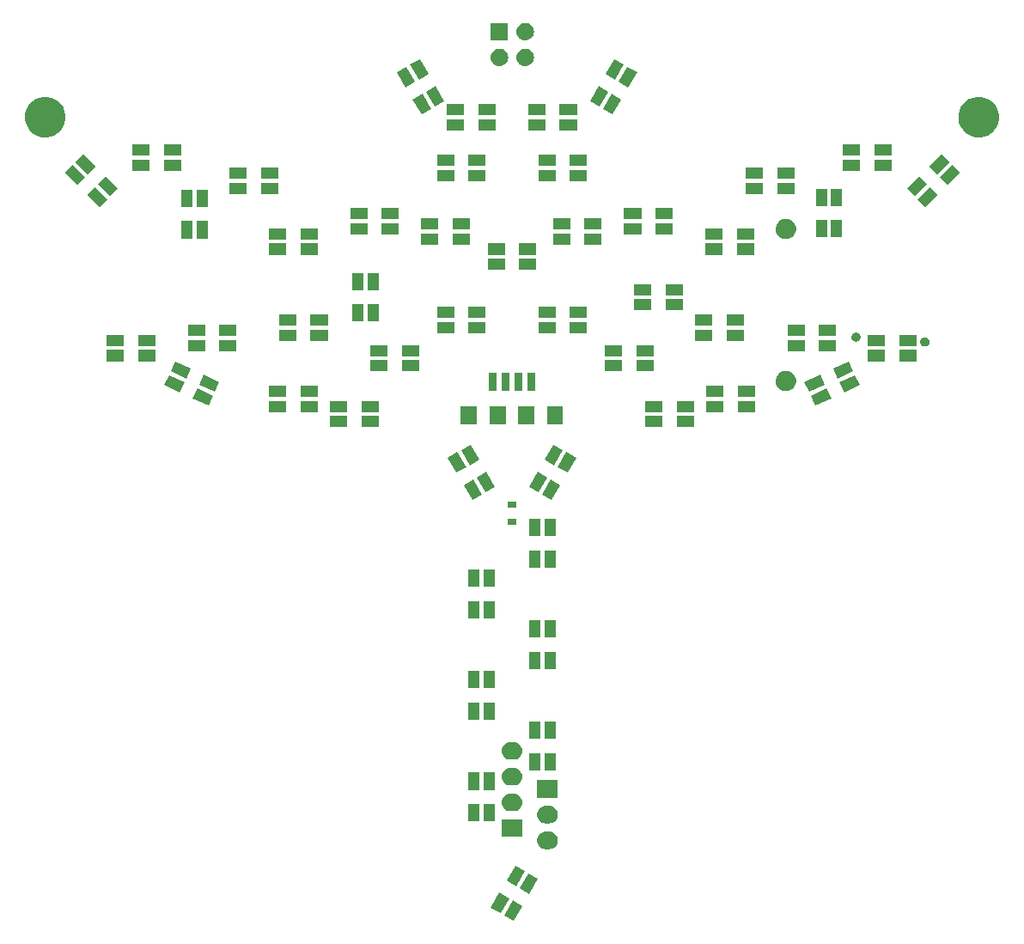
<source format=gts>
G04 #@! TF.FileFunction,Soldermask,Top*
%FSLAX46Y46*%
G04 Gerber Fmt 4.6, Leading zero omitted, Abs format (unit mm)*
G04 Created by KiCad (PCBNEW 4.0.6) date Monday, May 07, 2018 'PMt' 08:57:05 PM*
%MOMM*%
%LPD*%
G01*
G04 APERTURE LIST*
%ADD10C,0.100000*%
G04 APERTURE END LIST*
D10*
G36*
X151026999Y-146755159D02*
X150176099Y-148228961D01*
X149221427Y-147677781D01*
X150072327Y-146203979D01*
X151026999Y-146755159D01*
X151026999Y-146755159D01*
G37*
G36*
X149729173Y-146005859D02*
X148878273Y-147479661D01*
X147923601Y-146928481D01*
X148774501Y-145454679D01*
X149729173Y-146005859D01*
X149729173Y-146005859D01*
G37*
G36*
X152576399Y-144071519D02*
X151725499Y-145545321D01*
X150770827Y-144994141D01*
X151621727Y-143520339D01*
X152576399Y-144071519D01*
X152576399Y-144071519D01*
G37*
G36*
X151278573Y-143322219D02*
X150427673Y-144796021D01*
X149473001Y-144244841D01*
X150323901Y-142771039D01*
X151278573Y-143322219D01*
X151278573Y-143322219D01*
G37*
G36*
X153664649Y-139426451D02*
X153669374Y-139426484D01*
X153836869Y-139445272D01*
X153997524Y-139496235D01*
X154145222Y-139577432D01*
X154274335Y-139685771D01*
X154379946Y-139817124D01*
X154458032Y-139966490D01*
X154505619Y-140128177D01*
X154505622Y-140128206D01*
X154505627Y-140128224D01*
X154520898Y-140296027D01*
X154503285Y-140463602D01*
X154503281Y-140463616D01*
X154503277Y-140463651D01*
X154453437Y-140624658D01*
X154373273Y-140772919D01*
X154265838Y-140902785D01*
X154135225Y-141009311D01*
X153986408Y-141088438D01*
X153825057Y-141137153D01*
X153657316Y-141153600D01*
X153342648Y-141153600D01*
X153335351Y-141153549D01*
X153330626Y-141153516D01*
X153163131Y-141134728D01*
X153002476Y-141083765D01*
X152854778Y-141002568D01*
X152725665Y-140894229D01*
X152620054Y-140762876D01*
X152541968Y-140613510D01*
X152494381Y-140451823D01*
X152494378Y-140451794D01*
X152494373Y-140451776D01*
X152479102Y-140283973D01*
X152496715Y-140116398D01*
X152496719Y-140116384D01*
X152496723Y-140116349D01*
X152546563Y-139955342D01*
X152626727Y-139807081D01*
X152734162Y-139677215D01*
X152864775Y-139570689D01*
X153013592Y-139491562D01*
X153174943Y-139442847D01*
X153342684Y-139426400D01*
X153657352Y-139426400D01*
X153664649Y-139426451D01*
X153664649Y-139426451D01*
G37*
G36*
X151016000Y-139943599D02*
X148984000Y-139943599D01*
X148984000Y-138216399D01*
X151016000Y-138216399D01*
X151016000Y-139943599D01*
X151016000Y-139943599D01*
G37*
G36*
X153664649Y-136886451D02*
X153669374Y-136886484D01*
X153836869Y-136905272D01*
X153997524Y-136956235D01*
X154145222Y-137037432D01*
X154274335Y-137145771D01*
X154379946Y-137277124D01*
X154458032Y-137426490D01*
X154505619Y-137588177D01*
X154505622Y-137588206D01*
X154505627Y-137588224D01*
X154520898Y-137756027D01*
X154503285Y-137923602D01*
X154503281Y-137923616D01*
X154503277Y-137923651D01*
X154453437Y-138084658D01*
X154373273Y-138232919D01*
X154265838Y-138362785D01*
X154135225Y-138469311D01*
X153986408Y-138548438D01*
X153825057Y-138597153D01*
X153657316Y-138613600D01*
X153342648Y-138613600D01*
X153335351Y-138613549D01*
X153330626Y-138613516D01*
X153163131Y-138594728D01*
X153002476Y-138543765D01*
X152854778Y-138462568D01*
X152725665Y-138354229D01*
X152620054Y-138222876D01*
X152541968Y-138073510D01*
X152494381Y-137911823D01*
X152494378Y-137911794D01*
X152494373Y-137911776D01*
X152479102Y-137743973D01*
X152496715Y-137576398D01*
X152496719Y-137576384D01*
X152496723Y-137576349D01*
X152546563Y-137415342D01*
X152626727Y-137267081D01*
X152734162Y-137137215D01*
X152864775Y-137030689D01*
X153013592Y-136951562D01*
X153174943Y-136902847D01*
X153342684Y-136886400D01*
X153657352Y-136886400D01*
X153664649Y-136886451D01*
X153664649Y-136886451D01*
G37*
G36*
X148300480Y-138400300D02*
X147198120Y-138400300D01*
X147198120Y-136698500D01*
X148300480Y-136698500D01*
X148300480Y-138400300D01*
X148300480Y-138400300D01*
G37*
G36*
X146801880Y-138400300D02*
X145699520Y-138400300D01*
X145699520Y-136698500D01*
X146801880Y-136698500D01*
X146801880Y-138400300D01*
X146801880Y-138400300D01*
G37*
G36*
X150164649Y-135676450D02*
X150169374Y-135676483D01*
X150336869Y-135695271D01*
X150497524Y-135746234D01*
X150645222Y-135827431D01*
X150774335Y-135935770D01*
X150879946Y-136067123D01*
X150958032Y-136216489D01*
X151005619Y-136378176D01*
X151005622Y-136378205D01*
X151005627Y-136378223D01*
X151020898Y-136546026D01*
X151003285Y-136713601D01*
X151003281Y-136713615D01*
X151003277Y-136713650D01*
X150953437Y-136874657D01*
X150873273Y-137022918D01*
X150765838Y-137152784D01*
X150635225Y-137259310D01*
X150486408Y-137338437D01*
X150325057Y-137387152D01*
X150157316Y-137403599D01*
X149842648Y-137403599D01*
X149835351Y-137403548D01*
X149830626Y-137403515D01*
X149663131Y-137384727D01*
X149502476Y-137333764D01*
X149354778Y-137252567D01*
X149225665Y-137144228D01*
X149120054Y-137012875D01*
X149041968Y-136863509D01*
X148994381Y-136701822D01*
X148994378Y-136701793D01*
X148994373Y-136701775D01*
X148979102Y-136533972D01*
X148996715Y-136366397D01*
X148996719Y-136366383D01*
X148996723Y-136366348D01*
X149046563Y-136205341D01*
X149126727Y-136057080D01*
X149234162Y-135927214D01*
X149364775Y-135820688D01*
X149513592Y-135741561D01*
X149674943Y-135692846D01*
X149842684Y-135676399D01*
X150157352Y-135676399D01*
X150164649Y-135676450D01*
X150164649Y-135676450D01*
G37*
G36*
X154516000Y-136073600D02*
X152484000Y-136073600D01*
X152484000Y-134346400D01*
X154516000Y-134346400D01*
X154516000Y-136073600D01*
X154516000Y-136073600D01*
G37*
G36*
X148300480Y-135301500D02*
X147198120Y-135301500D01*
X147198120Y-133599700D01*
X148300480Y-133599700D01*
X148300480Y-135301500D01*
X148300480Y-135301500D01*
G37*
G36*
X146801880Y-135301500D02*
X145699520Y-135301500D01*
X145699520Y-133599700D01*
X146801880Y-133599700D01*
X146801880Y-135301500D01*
X146801880Y-135301500D01*
G37*
G36*
X150164649Y-133136450D02*
X150169374Y-133136483D01*
X150336869Y-133155271D01*
X150497524Y-133206234D01*
X150645222Y-133287431D01*
X150774335Y-133395770D01*
X150879946Y-133527123D01*
X150958032Y-133676489D01*
X151005619Y-133838176D01*
X151005622Y-133838205D01*
X151005627Y-133838223D01*
X151020898Y-134006026D01*
X151003285Y-134173601D01*
X151003281Y-134173615D01*
X151003277Y-134173650D01*
X150953437Y-134334657D01*
X150873273Y-134482918D01*
X150765838Y-134612784D01*
X150635225Y-134719310D01*
X150486408Y-134798437D01*
X150325057Y-134847152D01*
X150157316Y-134863599D01*
X149842648Y-134863599D01*
X149835351Y-134863548D01*
X149830626Y-134863515D01*
X149663131Y-134844727D01*
X149502476Y-134793764D01*
X149354778Y-134712567D01*
X149225665Y-134604228D01*
X149120054Y-134472875D01*
X149041968Y-134323509D01*
X148994381Y-134161822D01*
X148994378Y-134161793D01*
X148994373Y-134161775D01*
X148979102Y-133993972D01*
X148996715Y-133826397D01*
X148996719Y-133826383D01*
X148996723Y-133826348D01*
X149046563Y-133665341D01*
X149126727Y-133517080D01*
X149234162Y-133387214D01*
X149364775Y-133280688D01*
X149513592Y-133201561D01*
X149674943Y-133152846D01*
X149842684Y-133136399D01*
X150157352Y-133136399D01*
X150164649Y-133136450D01*
X150164649Y-133136450D01*
G37*
G36*
X154300480Y-133400300D02*
X153198120Y-133400300D01*
X153198120Y-131698500D01*
X154300480Y-131698500D01*
X154300480Y-133400300D01*
X154300480Y-133400300D01*
G37*
G36*
X152801880Y-133400300D02*
X151699520Y-133400300D01*
X151699520Y-131698500D01*
X152801880Y-131698500D01*
X152801880Y-133400300D01*
X152801880Y-133400300D01*
G37*
G36*
X150164649Y-130596450D02*
X150169374Y-130596483D01*
X150336869Y-130615271D01*
X150497524Y-130666234D01*
X150645222Y-130747431D01*
X150774335Y-130855770D01*
X150879946Y-130987123D01*
X150958032Y-131136489D01*
X151005619Y-131298176D01*
X151005622Y-131298205D01*
X151005627Y-131298223D01*
X151020898Y-131466026D01*
X151003285Y-131633601D01*
X151003281Y-131633615D01*
X151003277Y-131633650D01*
X150953437Y-131794657D01*
X150873273Y-131942918D01*
X150765838Y-132072784D01*
X150635225Y-132179310D01*
X150486408Y-132258437D01*
X150325057Y-132307152D01*
X150157316Y-132323599D01*
X149842648Y-132323599D01*
X149835351Y-132323548D01*
X149830626Y-132323515D01*
X149663131Y-132304727D01*
X149502476Y-132253764D01*
X149354778Y-132172567D01*
X149225665Y-132064228D01*
X149120054Y-131932875D01*
X149041968Y-131783509D01*
X148994381Y-131621822D01*
X148994378Y-131621793D01*
X148994373Y-131621775D01*
X148979102Y-131453972D01*
X148996715Y-131286397D01*
X148996719Y-131286383D01*
X148996723Y-131286348D01*
X149046563Y-131125341D01*
X149126727Y-130977080D01*
X149234162Y-130847214D01*
X149364775Y-130740688D01*
X149513592Y-130661561D01*
X149674943Y-130612846D01*
X149842684Y-130596399D01*
X150157352Y-130596399D01*
X150164649Y-130596450D01*
X150164649Y-130596450D01*
G37*
G36*
X152801880Y-130301500D02*
X151699520Y-130301500D01*
X151699520Y-128599700D01*
X152801880Y-128599700D01*
X152801880Y-130301500D01*
X152801880Y-130301500D01*
G37*
G36*
X154300480Y-130301500D02*
X153198120Y-130301500D01*
X153198120Y-128599700D01*
X154300480Y-128599700D01*
X154300480Y-130301500D01*
X154300480Y-130301500D01*
G37*
G36*
X148300480Y-128400300D02*
X147198120Y-128400300D01*
X147198120Y-126698500D01*
X148300480Y-126698500D01*
X148300480Y-128400300D01*
X148300480Y-128400300D01*
G37*
G36*
X146801880Y-128400300D02*
X145699520Y-128400300D01*
X145699520Y-126698500D01*
X146801880Y-126698500D01*
X146801880Y-128400300D01*
X146801880Y-128400300D01*
G37*
G36*
X148300480Y-125301500D02*
X147198120Y-125301500D01*
X147198120Y-123599700D01*
X148300480Y-123599700D01*
X148300480Y-125301500D01*
X148300480Y-125301500D01*
G37*
G36*
X146801880Y-125301500D02*
X145699520Y-125301500D01*
X145699520Y-123599700D01*
X146801880Y-123599700D01*
X146801880Y-125301500D01*
X146801880Y-125301500D01*
G37*
G36*
X154300480Y-123400300D02*
X153198120Y-123400300D01*
X153198120Y-121698500D01*
X154300480Y-121698500D01*
X154300480Y-123400300D01*
X154300480Y-123400300D01*
G37*
G36*
X152801880Y-123400300D02*
X151699520Y-123400300D01*
X151699520Y-121698500D01*
X152801880Y-121698500D01*
X152801880Y-123400300D01*
X152801880Y-123400300D01*
G37*
G36*
X152801880Y-120301500D02*
X151699520Y-120301500D01*
X151699520Y-118599700D01*
X152801880Y-118599700D01*
X152801880Y-120301500D01*
X152801880Y-120301500D01*
G37*
G36*
X154300480Y-120301500D02*
X153198120Y-120301500D01*
X153198120Y-118599700D01*
X154300480Y-118599700D01*
X154300480Y-120301500D01*
X154300480Y-120301500D01*
G37*
G36*
X146801880Y-118400300D02*
X145699520Y-118400300D01*
X145699520Y-116698500D01*
X146801880Y-116698500D01*
X146801880Y-118400300D01*
X146801880Y-118400300D01*
G37*
G36*
X148300480Y-118400300D02*
X147198120Y-118400300D01*
X147198120Y-116698500D01*
X148300480Y-116698500D01*
X148300480Y-118400300D01*
X148300480Y-118400300D01*
G37*
G36*
X146801880Y-115301500D02*
X145699520Y-115301500D01*
X145699520Y-113599700D01*
X146801880Y-113599700D01*
X146801880Y-115301500D01*
X146801880Y-115301500D01*
G37*
G36*
X148300480Y-115301500D02*
X147198120Y-115301500D01*
X147198120Y-113599700D01*
X148300480Y-113599700D01*
X148300480Y-115301500D01*
X148300480Y-115301500D01*
G37*
G36*
X154300480Y-113400300D02*
X153198120Y-113400300D01*
X153198120Y-111698500D01*
X154300480Y-111698500D01*
X154300480Y-113400300D01*
X154300480Y-113400300D01*
G37*
G36*
X152801880Y-113400300D02*
X151699520Y-113400300D01*
X151699520Y-111698500D01*
X152801880Y-111698500D01*
X152801880Y-113400300D01*
X152801880Y-113400300D01*
G37*
G36*
X154300480Y-110301500D02*
X153198120Y-110301500D01*
X153198120Y-108599700D01*
X154300480Y-108599700D01*
X154300480Y-110301500D01*
X154300480Y-110301500D01*
G37*
G36*
X152801880Y-110301500D02*
X151699520Y-110301500D01*
X151699520Y-108599700D01*
X152801880Y-108599700D01*
X152801880Y-110301500D01*
X152801880Y-110301500D01*
G37*
G36*
X150400000Y-109150000D02*
X149600000Y-109150000D01*
X149600000Y-108550000D01*
X150400000Y-108550000D01*
X150400000Y-109150000D01*
X150400000Y-109150000D01*
G37*
G36*
X150400000Y-107450000D02*
X149600000Y-107450000D01*
X149600000Y-106850000D01*
X150400000Y-106850000D01*
X150400000Y-107450000D01*
X150400000Y-107450000D01*
G37*
G36*
X147028573Y-106177781D02*
X146073901Y-106728961D01*
X145223001Y-105255159D01*
X146177673Y-104703979D01*
X147028573Y-106177781D01*
X147028573Y-106177781D01*
G37*
G36*
X154776999Y-105255159D02*
X153926099Y-106728961D01*
X152971427Y-106177781D01*
X153822327Y-104703979D01*
X154776999Y-105255159D01*
X154776999Y-105255159D01*
G37*
G36*
X148326399Y-105428481D02*
X147371727Y-105979661D01*
X146520827Y-104505859D01*
X147475499Y-103954679D01*
X148326399Y-105428481D01*
X148326399Y-105428481D01*
G37*
G36*
X153479173Y-104505859D02*
X152628273Y-105979661D01*
X151673601Y-105428481D01*
X152524501Y-103954679D01*
X153479173Y-104505859D01*
X153479173Y-104505859D01*
G37*
G36*
X156326399Y-102571519D02*
X155475499Y-104045321D01*
X154520827Y-103494141D01*
X155371727Y-102020339D01*
X156326399Y-102571519D01*
X156326399Y-102571519D01*
G37*
G36*
X145479173Y-103494141D02*
X144524501Y-104045321D01*
X143673601Y-102571519D01*
X144628273Y-102020339D01*
X145479173Y-103494141D01*
X145479173Y-103494141D01*
G37*
G36*
X155028573Y-101822219D02*
X154177673Y-103296021D01*
X153223001Y-102744841D01*
X154073901Y-101271039D01*
X155028573Y-101822219D01*
X155028573Y-101822219D01*
G37*
G36*
X146776999Y-102744841D02*
X145822327Y-103296021D01*
X144971427Y-101822219D01*
X145926099Y-101271039D01*
X146776999Y-102744841D01*
X146776999Y-102744841D01*
G37*
G36*
X167949700Y-99551180D02*
X166247900Y-99551180D01*
X166247900Y-98448820D01*
X167949700Y-98448820D01*
X167949700Y-99551180D01*
X167949700Y-99551180D01*
G37*
G36*
X164850900Y-99551180D02*
X163149100Y-99551180D01*
X163149100Y-98448820D01*
X164850900Y-98448820D01*
X164850900Y-99551180D01*
X164850900Y-99551180D01*
G37*
G36*
X136850900Y-99551180D02*
X135149100Y-99551180D01*
X135149100Y-98448820D01*
X136850900Y-98448820D01*
X136850900Y-99551180D01*
X136850900Y-99551180D01*
G37*
G36*
X133752100Y-99551180D02*
X132050300Y-99551180D01*
X132050300Y-98448820D01*
X133752100Y-98448820D01*
X133752100Y-99551180D01*
X133752100Y-99551180D01*
G37*
G36*
X149398830Y-99300430D02*
X147801170Y-99300430D01*
X147801170Y-97499570D01*
X149398830Y-97499570D01*
X149398830Y-99300430D01*
X149398830Y-99300430D01*
G37*
G36*
X146559110Y-99300430D02*
X144961450Y-99300430D01*
X144961450Y-97499570D01*
X146559110Y-97499570D01*
X146559110Y-99300430D01*
X146559110Y-99300430D01*
G37*
G36*
X155038550Y-99300430D02*
X153440890Y-99300430D01*
X153440890Y-97499570D01*
X155038550Y-97499570D01*
X155038550Y-99300430D01*
X155038550Y-99300430D01*
G37*
G36*
X152198830Y-99300430D02*
X150601170Y-99300430D01*
X150601170Y-97499570D01*
X152198830Y-97499570D01*
X152198830Y-99300430D01*
X152198830Y-99300430D01*
G37*
G36*
X133752100Y-98052580D02*
X132050300Y-98052580D01*
X132050300Y-96950220D01*
X133752100Y-96950220D01*
X133752100Y-98052580D01*
X133752100Y-98052580D01*
G37*
G36*
X136850900Y-98052580D02*
X135149100Y-98052580D01*
X135149100Y-96950220D01*
X136850900Y-96950220D01*
X136850900Y-98052580D01*
X136850900Y-98052580D01*
G37*
G36*
X164850900Y-98052580D02*
X163149100Y-98052580D01*
X163149100Y-96950220D01*
X164850900Y-96950220D01*
X164850900Y-98052580D01*
X164850900Y-98052580D01*
G37*
G36*
X167949700Y-98052580D02*
X166247900Y-98052580D01*
X166247900Y-96950220D01*
X167949700Y-96950220D01*
X167949700Y-98052580D01*
X167949700Y-98052580D01*
G37*
G36*
X130850900Y-98049780D02*
X129149100Y-98049780D01*
X129149100Y-96947420D01*
X130850900Y-96947420D01*
X130850900Y-98049780D01*
X130850900Y-98049780D01*
G37*
G36*
X127752100Y-98049780D02*
X126050300Y-98049780D01*
X126050300Y-96947420D01*
X127752100Y-96947420D01*
X127752100Y-98049780D01*
X127752100Y-98049780D01*
G37*
G36*
X173949700Y-98049780D02*
X172247900Y-98049780D01*
X172247900Y-96947420D01*
X173949700Y-96947420D01*
X173949700Y-98049780D01*
X173949700Y-98049780D01*
G37*
G36*
X170850900Y-98049780D02*
X169149100Y-98049780D01*
X169149100Y-96947420D01*
X170850900Y-96947420D01*
X170850900Y-98049780D01*
X170850900Y-98049780D01*
G37*
G36*
X181465951Y-96723134D02*
X179923596Y-97442346D01*
X179457719Y-96443268D01*
X181000074Y-95724056D01*
X181465951Y-96723134D01*
X181465951Y-96723134D01*
G37*
G36*
X120542281Y-96443268D02*
X120076404Y-97442346D01*
X118534049Y-96723134D01*
X118999926Y-95724056D01*
X120542281Y-96443268D01*
X120542281Y-96443268D01*
G37*
G36*
X170850900Y-96551180D02*
X169149100Y-96551180D01*
X169149100Y-95448820D01*
X170850900Y-95448820D01*
X170850900Y-96551180D01*
X170850900Y-96551180D01*
G37*
G36*
X130850900Y-96551180D02*
X129149100Y-96551180D01*
X129149100Y-95448820D01*
X130850900Y-95448820D01*
X130850900Y-96551180D01*
X130850900Y-96551180D01*
G37*
G36*
X127752100Y-96551180D02*
X126050300Y-96551180D01*
X126050300Y-95448820D01*
X127752100Y-95448820D01*
X127752100Y-96551180D01*
X127752100Y-96551180D01*
G37*
G36*
X173949700Y-96551180D02*
X172247900Y-96551180D01*
X172247900Y-95448820D01*
X173949700Y-95448820D01*
X173949700Y-96551180D01*
X173949700Y-96551180D01*
G37*
G36*
X117733815Y-95133659D02*
X117267938Y-96132737D01*
X115725583Y-95413525D01*
X116191460Y-94414447D01*
X117733815Y-95133659D01*
X117733815Y-95133659D01*
G37*
G36*
X184274417Y-95413525D02*
X182732062Y-96132737D01*
X182266185Y-95133659D01*
X183808540Y-94414447D01*
X184274417Y-95413525D01*
X184274417Y-95413525D01*
G37*
G36*
X121175617Y-95085075D02*
X120709740Y-96084153D01*
X119167385Y-95364941D01*
X119633262Y-94365863D01*
X121175617Y-95085075D01*
X121175617Y-95085075D01*
G37*
G36*
X180832615Y-95364941D02*
X179290260Y-96084153D01*
X178824383Y-95085075D01*
X180366738Y-94365863D01*
X180832615Y-95364941D01*
X180832615Y-95364941D01*
G37*
G36*
X177105034Y-93990664D02*
X177297141Y-94030098D01*
X177477925Y-94106093D01*
X177640509Y-94215756D01*
X177778697Y-94354913D01*
X177887223Y-94518256D01*
X177961954Y-94699567D01*
X177999978Y-94891601D01*
X177999978Y-94891616D01*
X178000043Y-94891945D01*
X177996916Y-95115940D01*
X177996839Y-95116278D01*
X177996839Y-95116286D01*
X177953471Y-95307175D01*
X177873705Y-95486333D01*
X177760661Y-95646583D01*
X177618639Y-95781828D01*
X177453061Y-95886906D01*
X177270221Y-95957827D01*
X177077093Y-95991879D01*
X176881025Y-95987773D01*
X176689485Y-95945660D01*
X176509779Y-95867147D01*
X176348742Y-95755225D01*
X176212511Y-95614153D01*
X176106279Y-95449313D01*
X176034085Y-95266974D01*
X175998682Y-95074080D01*
X176001421Y-94877990D01*
X176042194Y-94686168D01*
X176119451Y-94505914D01*
X176230247Y-94344101D01*
X176370364Y-94206887D01*
X176534461Y-94099505D01*
X176716292Y-94026041D01*
X176908925Y-93989294D01*
X177105034Y-93990664D01*
X177105034Y-93990664D01*
G37*
G36*
X152305000Y-95975000D02*
X151505000Y-95975000D01*
X151505000Y-94175000D01*
X152305000Y-94175000D01*
X152305000Y-95975000D01*
X152305000Y-95975000D01*
G37*
G36*
X151035000Y-95975000D02*
X150235000Y-95975000D01*
X150235000Y-94175000D01*
X151035000Y-94175000D01*
X151035000Y-95975000D01*
X151035000Y-95975000D01*
G37*
G36*
X149765000Y-95975000D02*
X148965000Y-95975000D01*
X148965000Y-94175000D01*
X149765000Y-94175000D01*
X149765000Y-95975000D01*
X149765000Y-95975000D01*
G37*
G36*
X148495000Y-95975000D02*
X147695000Y-95975000D01*
X147695000Y-94175000D01*
X148495000Y-94175000D01*
X148495000Y-95975000D01*
X148495000Y-95975000D01*
G37*
G36*
X183641081Y-94055332D02*
X182098726Y-94774544D01*
X181632849Y-93775466D01*
X183175204Y-93056254D01*
X183641081Y-94055332D01*
X183641081Y-94055332D01*
G37*
G36*
X118367151Y-93775466D02*
X117901274Y-94774544D01*
X116358919Y-94055332D01*
X116824796Y-93056254D01*
X118367151Y-93775466D01*
X118367151Y-93775466D01*
G37*
G36*
X137752100Y-94049780D02*
X136050300Y-94049780D01*
X136050300Y-92947420D01*
X137752100Y-92947420D01*
X137752100Y-94049780D01*
X137752100Y-94049780D01*
G37*
G36*
X140850900Y-94049780D02*
X139149100Y-94049780D01*
X139149100Y-92947420D01*
X140850900Y-92947420D01*
X140850900Y-94049780D01*
X140850900Y-94049780D01*
G37*
G36*
X160850900Y-94049780D02*
X159149100Y-94049780D01*
X159149100Y-92947420D01*
X160850900Y-92947420D01*
X160850900Y-94049780D01*
X160850900Y-94049780D01*
G37*
G36*
X163949700Y-94049780D02*
X162247900Y-94049780D01*
X162247900Y-92947420D01*
X163949700Y-92947420D01*
X163949700Y-94049780D01*
X163949700Y-94049780D01*
G37*
G36*
X189850900Y-93049780D02*
X188149100Y-93049780D01*
X188149100Y-91947420D01*
X189850900Y-91947420D01*
X189850900Y-93049780D01*
X189850900Y-93049780D01*
G37*
G36*
X186752100Y-93049780D02*
X185050300Y-93049780D01*
X185050300Y-91947420D01*
X186752100Y-91947420D01*
X186752100Y-93049780D01*
X186752100Y-93049780D01*
G37*
G36*
X114850900Y-93049780D02*
X113149100Y-93049780D01*
X113149100Y-91947420D01*
X114850900Y-91947420D01*
X114850900Y-93049780D01*
X114850900Y-93049780D01*
G37*
G36*
X111752100Y-93049780D02*
X110050300Y-93049780D01*
X110050300Y-91947420D01*
X111752100Y-91947420D01*
X111752100Y-93049780D01*
X111752100Y-93049780D01*
G37*
G36*
X140850900Y-92551180D02*
X139149100Y-92551180D01*
X139149100Y-91448820D01*
X140850900Y-91448820D01*
X140850900Y-92551180D01*
X140850900Y-92551180D01*
G37*
G36*
X163949700Y-92551180D02*
X162247900Y-92551180D01*
X162247900Y-91448820D01*
X163949700Y-91448820D01*
X163949700Y-92551180D01*
X163949700Y-92551180D01*
G37*
G36*
X137752100Y-92551180D02*
X136050300Y-92551180D01*
X136050300Y-91448820D01*
X137752100Y-91448820D01*
X137752100Y-92551180D01*
X137752100Y-92551180D01*
G37*
G36*
X160850900Y-92551180D02*
X159149100Y-92551180D01*
X159149100Y-91448820D01*
X160850900Y-91448820D01*
X160850900Y-92551180D01*
X160850900Y-92551180D01*
G37*
G36*
X178850900Y-92049780D02*
X177149100Y-92049780D01*
X177149100Y-90947420D01*
X178850900Y-90947420D01*
X178850900Y-92049780D01*
X178850900Y-92049780D01*
G37*
G36*
X122850900Y-92049780D02*
X121149100Y-92049780D01*
X121149100Y-90947420D01*
X122850900Y-90947420D01*
X122850900Y-92049780D01*
X122850900Y-92049780D01*
G37*
G36*
X119752100Y-92049780D02*
X118050300Y-92049780D01*
X118050300Y-90947420D01*
X119752100Y-90947420D01*
X119752100Y-92049780D01*
X119752100Y-92049780D01*
G37*
G36*
X181949700Y-92049780D02*
X180247900Y-92049780D01*
X180247900Y-90947420D01*
X181949700Y-90947420D01*
X181949700Y-92049780D01*
X181949700Y-92049780D01*
G37*
G36*
X190738983Y-90687470D02*
X190825432Y-90705216D01*
X190906784Y-90739413D01*
X190979950Y-90788764D01*
X191042133Y-90851382D01*
X191090968Y-90924886D01*
X191124598Y-91006477D01*
X191141671Y-91092702D01*
X191141671Y-91092713D01*
X191141737Y-91093047D01*
X191140329Y-91193845D01*
X191140253Y-91194179D01*
X191140253Y-91194191D01*
X191120781Y-91279900D01*
X191084886Y-91360522D01*
X191034017Y-91432634D01*
X190970107Y-91493494D01*
X190895592Y-91540782D01*
X190813317Y-91572695D01*
X190726411Y-91588018D01*
X190638181Y-91586171D01*
X190551983Y-91567219D01*
X190471118Y-91531890D01*
X190398653Y-91481525D01*
X190337348Y-91418041D01*
X190289542Y-91343863D01*
X190257056Y-91261811D01*
X190241124Y-91175006D01*
X190242357Y-91086767D01*
X190260704Y-91000449D01*
X190295471Y-90919333D01*
X190345329Y-90846517D01*
X190408382Y-90784770D01*
X190482225Y-90736448D01*
X190564049Y-90703389D01*
X190650732Y-90686854D01*
X190738983Y-90687470D01*
X190738983Y-90687470D01*
G37*
G36*
X111752100Y-91551180D02*
X110050300Y-91551180D01*
X110050300Y-90448820D01*
X111752100Y-90448820D01*
X111752100Y-91551180D01*
X111752100Y-91551180D01*
G37*
G36*
X114850900Y-91551180D02*
X113149100Y-91551180D01*
X113149100Y-90448820D01*
X114850900Y-90448820D01*
X114850900Y-91551180D01*
X114850900Y-91551180D01*
G37*
G36*
X186752100Y-91551180D02*
X185050300Y-91551180D01*
X185050300Y-90448820D01*
X186752100Y-90448820D01*
X186752100Y-91551180D01*
X186752100Y-91551180D01*
G37*
G36*
X189850900Y-91551180D02*
X188149100Y-91551180D01*
X188149100Y-90448820D01*
X189850900Y-90448820D01*
X189850900Y-91551180D01*
X189850900Y-91551180D01*
G37*
G36*
X183955547Y-90213126D02*
X184041996Y-90230872D01*
X184123348Y-90265069D01*
X184196514Y-90314420D01*
X184258697Y-90377038D01*
X184307532Y-90450542D01*
X184341162Y-90532133D01*
X184358235Y-90618358D01*
X184358235Y-90618369D01*
X184358301Y-90618703D01*
X184356893Y-90719501D01*
X184356817Y-90719835D01*
X184356817Y-90719847D01*
X184337345Y-90805556D01*
X184301450Y-90886178D01*
X184250581Y-90958290D01*
X184186671Y-91019150D01*
X184112156Y-91066438D01*
X184029881Y-91098351D01*
X183942975Y-91113674D01*
X183854745Y-91111827D01*
X183768547Y-91092875D01*
X183687682Y-91057546D01*
X183615217Y-91007181D01*
X183553912Y-90943697D01*
X183506106Y-90869519D01*
X183473620Y-90787467D01*
X183457688Y-90700662D01*
X183458921Y-90612423D01*
X183477268Y-90526105D01*
X183512035Y-90444989D01*
X183561893Y-90372173D01*
X183624946Y-90310426D01*
X183698789Y-90262104D01*
X183780613Y-90229045D01*
X183867296Y-90212510D01*
X183955547Y-90213126D01*
X183955547Y-90213126D01*
G37*
G36*
X172850900Y-91049780D02*
X171149100Y-91049780D01*
X171149100Y-89947420D01*
X172850900Y-89947420D01*
X172850900Y-91049780D01*
X172850900Y-91049780D01*
G37*
G36*
X128752100Y-91049780D02*
X127050300Y-91049780D01*
X127050300Y-89947420D01*
X128752100Y-89947420D01*
X128752100Y-91049780D01*
X128752100Y-91049780D01*
G37*
G36*
X169752100Y-91049780D02*
X168050300Y-91049780D01*
X168050300Y-89947420D01*
X169752100Y-89947420D01*
X169752100Y-91049780D01*
X169752100Y-91049780D01*
G37*
G36*
X131850900Y-91049780D02*
X130149100Y-91049780D01*
X130149100Y-89947420D01*
X131850900Y-89947420D01*
X131850900Y-91049780D01*
X131850900Y-91049780D01*
G37*
G36*
X119752100Y-90551180D02*
X118050300Y-90551180D01*
X118050300Y-89448820D01*
X119752100Y-89448820D01*
X119752100Y-90551180D01*
X119752100Y-90551180D01*
G37*
G36*
X122850900Y-90551180D02*
X121149100Y-90551180D01*
X121149100Y-89448820D01*
X122850900Y-89448820D01*
X122850900Y-90551180D01*
X122850900Y-90551180D01*
G37*
G36*
X178850900Y-90551180D02*
X177149100Y-90551180D01*
X177149100Y-89448820D01*
X178850900Y-89448820D01*
X178850900Y-90551180D01*
X178850900Y-90551180D01*
G37*
G36*
X181949700Y-90551180D02*
X180247900Y-90551180D01*
X180247900Y-89448820D01*
X181949700Y-89448820D01*
X181949700Y-90551180D01*
X181949700Y-90551180D01*
G37*
G36*
X147400300Y-90300480D02*
X145698500Y-90300480D01*
X145698500Y-89198120D01*
X147400300Y-89198120D01*
X147400300Y-90300480D01*
X147400300Y-90300480D01*
G37*
G36*
X144301500Y-90300480D02*
X142599700Y-90300480D01*
X142599700Y-89198120D01*
X144301500Y-89198120D01*
X144301500Y-90300480D01*
X144301500Y-90300480D01*
G37*
G36*
X157400300Y-90300480D02*
X155698500Y-90300480D01*
X155698500Y-89198120D01*
X157400300Y-89198120D01*
X157400300Y-90300480D01*
X157400300Y-90300480D01*
G37*
G36*
X154301500Y-90300480D02*
X152599700Y-90300480D01*
X152599700Y-89198120D01*
X154301500Y-89198120D01*
X154301500Y-90300480D01*
X154301500Y-90300480D01*
G37*
G36*
X172850900Y-89551180D02*
X171149100Y-89551180D01*
X171149100Y-88448820D01*
X172850900Y-88448820D01*
X172850900Y-89551180D01*
X172850900Y-89551180D01*
G37*
G36*
X169752100Y-89551180D02*
X168050300Y-89551180D01*
X168050300Y-88448820D01*
X169752100Y-88448820D01*
X169752100Y-89551180D01*
X169752100Y-89551180D01*
G37*
G36*
X131850900Y-89551180D02*
X130149100Y-89551180D01*
X130149100Y-88448820D01*
X131850900Y-88448820D01*
X131850900Y-89551180D01*
X131850900Y-89551180D01*
G37*
G36*
X128752100Y-89551180D02*
X127050300Y-89551180D01*
X127050300Y-88448820D01*
X128752100Y-88448820D01*
X128752100Y-89551180D01*
X128752100Y-89551180D01*
G37*
G36*
X136849880Y-89149600D02*
X135747520Y-89149600D01*
X135747520Y-87447800D01*
X136849880Y-87447800D01*
X136849880Y-89149600D01*
X136849880Y-89149600D01*
G37*
G36*
X135351280Y-89149600D02*
X134248920Y-89149600D01*
X134248920Y-87447800D01*
X135351280Y-87447800D01*
X135351280Y-89149600D01*
X135351280Y-89149600D01*
G37*
G36*
X147400300Y-88801880D02*
X145698500Y-88801880D01*
X145698500Y-87699520D01*
X147400300Y-87699520D01*
X147400300Y-88801880D01*
X147400300Y-88801880D01*
G37*
G36*
X144301500Y-88801880D02*
X142599700Y-88801880D01*
X142599700Y-87699520D01*
X144301500Y-87699520D01*
X144301500Y-88801880D01*
X144301500Y-88801880D01*
G37*
G36*
X157400300Y-88801880D02*
X155698500Y-88801880D01*
X155698500Y-87699520D01*
X157400300Y-87699520D01*
X157400300Y-88801880D01*
X157400300Y-88801880D01*
G37*
G36*
X154301500Y-88801880D02*
X152599700Y-88801880D01*
X152599700Y-87699520D01*
X154301500Y-87699520D01*
X154301500Y-88801880D01*
X154301500Y-88801880D01*
G37*
G36*
X166850900Y-88049780D02*
X165149100Y-88049780D01*
X165149100Y-86947420D01*
X166850900Y-86947420D01*
X166850900Y-88049780D01*
X166850900Y-88049780D01*
G37*
G36*
X163752100Y-88049780D02*
X162050300Y-88049780D01*
X162050300Y-86947420D01*
X163752100Y-86947420D01*
X163752100Y-88049780D01*
X163752100Y-88049780D01*
G37*
G36*
X163752100Y-86551180D02*
X162050300Y-86551180D01*
X162050300Y-85448820D01*
X163752100Y-85448820D01*
X163752100Y-86551180D01*
X163752100Y-86551180D01*
G37*
G36*
X166850900Y-86551180D02*
X165149100Y-86551180D01*
X165149100Y-85448820D01*
X166850900Y-85448820D01*
X166850900Y-86551180D01*
X166850900Y-86551180D01*
G37*
G36*
X135351280Y-86050800D02*
X134248920Y-86050800D01*
X134248920Y-84349000D01*
X135351280Y-84349000D01*
X135351280Y-86050800D01*
X135351280Y-86050800D01*
G37*
G36*
X136849880Y-86050800D02*
X135747520Y-86050800D01*
X135747520Y-84349000D01*
X136849880Y-84349000D01*
X136849880Y-86050800D01*
X136849880Y-86050800D01*
G37*
G36*
X152400300Y-84049780D02*
X150698500Y-84049780D01*
X150698500Y-82947420D01*
X152400300Y-82947420D01*
X152400300Y-84049780D01*
X152400300Y-84049780D01*
G37*
G36*
X149301500Y-84049780D02*
X147599700Y-84049780D01*
X147599700Y-82947420D01*
X149301500Y-82947420D01*
X149301500Y-84049780D01*
X149301500Y-84049780D01*
G37*
G36*
X152400300Y-82551180D02*
X150698500Y-82551180D01*
X150698500Y-81448820D01*
X152400300Y-81448820D01*
X152400300Y-82551180D01*
X152400300Y-82551180D01*
G37*
G36*
X149301500Y-82551180D02*
X147599700Y-82551180D01*
X147599700Y-81448820D01*
X149301500Y-81448820D01*
X149301500Y-82551180D01*
X149301500Y-82551180D01*
G37*
G36*
X130850900Y-82551180D02*
X129149100Y-82551180D01*
X129149100Y-81448820D01*
X130850900Y-81448820D01*
X130850900Y-82551180D01*
X130850900Y-82551180D01*
G37*
G36*
X127752100Y-82551180D02*
X126050300Y-82551180D01*
X126050300Y-81448820D01*
X127752100Y-81448820D01*
X127752100Y-82551180D01*
X127752100Y-82551180D01*
G37*
G36*
X173850900Y-82551180D02*
X172149100Y-82551180D01*
X172149100Y-81448820D01*
X173850900Y-81448820D01*
X173850900Y-82551180D01*
X173850900Y-82551180D01*
G37*
G36*
X170752100Y-82551180D02*
X169050300Y-82551180D01*
X169050300Y-81448820D01*
X170752100Y-81448820D01*
X170752100Y-82551180D01*
X170752100Y-82551180D01*
G37*
G36*
X145850900Y-81551180D02*
X144149100Y-81551180D01*
X144149100Y-80448820D01*
X145850900Y-80448820D01*
X145850900Y-81551180D01*
X145850900Y-81551180D01*
G37*
G36*
X142752100Y-81551180D02*
X141050300Y-81551180D01*
X141050300Y-80448820D01*
X142752100Y-80448820D01*
X142752100Y-81551180D01*
X142752100Y-81551180D01*
G37*
G36*
X158850900Y-81551180D02*
X157149100Y-81551180D01*
X157149100Y-80448820D01*
X158850900Y-80448820D01*
X158850900Y-81551180D01*
X158850900Y-81551180D01*
G37*
G36*
X155752100Y-81551180D02*
X154050300Y-81551180D01*
X154050300Y-80448820D01*
X155752100Y-80448820D01*
X155752100Y-81551180D01*
X155752100Y-81551180D01*
G37*
G36*
X170752100Y-81052580D02*
X169050300Y-81052580D01*
X169050300Y-79950220D01*
X170752100Y-79950220D01*
X170752100Y-81052580D01*
X170752100Y-81052580D01*
G37*
G36*
X173850900Y-81052580D02*
X172149100Y-81052580D01*
X172149100Y-79950220D01*
X173850900Y-79950220D01*
X173850900Y-81052580D01*
X173850900Y-81052580D01*
G37*
G36*
X130850900Y-81052580D02*
X129149100Y-81052580D01*
X129149100Y-79950220D01*
X130850900Y-79950220D01*
X130850900Y-81052580D01*
X130850900Y-81052580D01*
G37*
G36*
X127752100Y-81052580D02*
X126050300Y-81052580D01*
X126050300Y-79950220D01*
X127752100Y-79950220D01*
X127752100Y-81052580D01*
X127752100Y-81052580D01*
G37*
G36*
X177105034Y-79000664D02*
X177297141Y-79040098D01*
X177477925Y-79116093D01*
X177640509Y-79225756D01*
X177778697Y-79364913D01*
X177887223Y-79528256D01*
X177961954Y-79709567D01*
X177999978Y-79901601D01*
X177999978Y-79901616D01*
X178000043Y-79901945D01*
X177996916Y-80125940D01*
X177996839Y-80126278D01*
X177996839Y-80126286D01*
X177953471Y-80317175D01*
X177873705Y-80496333D01*
X177760661Y-80656583D01*
X177618639Y-80791828D01*
X177453061Y-80896906D01*
X177270221Y-80967827D01*
X177077093Y-81001879D01*
X176881025Y-80997773D01*
X176689485Y-80955660D01*
X176509779Y-80877147D01*
X176348742Y-80765225D01*
X176212511Y-80624153D01*
X176106279Y-80459313D01*
X176034085Y-80276974D01*
X175998682Y-80084080D01*
X176001421Y-79887990D01*
X176042194Y-79696168D01*
X176119451Y-79515914D01*
X176230247Y-79354101D01*
X176370364Y-79216887D01*
X176534461Y-79109505D01*
X176716292Y-79036041D01*
X176908925Y-78999294D01*
X177105034Y-79000664D01*
X177105034Y-79000664D01*
G37*
G36*
X118551180Y-80949700D02*
X117448820Y-80949700D01*
X117448820Y-79247900D01*
X118551180Y-79247900D01*
X118551180Y-80949700D01*
X118551180Y-80949700D01*
G37*
G36*
X120049780Y-80949700D02*
X118947420Y-80949700D01*
X118947420Y-79247900D01*
X120049780Y-79247900D01*
X120049780Y-80949700D01*
X120049780Y-80949700D01*
G37*
G36*
X181052580Y-80850900D02*
X179950220Y-80850900D01*
X179950220Y-79149100D01*
X181052580Y-79149100D01*
X181052580Y-80850900D01*
X181052580Y-80850900D01*
G37*
G36*
X182551180Y-80850900D02*
X181448820Y-80850900D01*
X181448820Y-79149100D01*
X182551180Y-79149100D01*
X182551180Y-80850900D01*
X182551180Y-80850900D01*
G37*
G36*
X165850900Y-80551180D02*
X164149100Y-80551180D01*
X164149100Y-79448820D01*
X165850900Y-79448820D01*
X165850900Y-80551180D01*
X165850900Y-80551180D01*
G37*
G36*
X162752100Y-80551180D02*
X161050300Y-80551180D01*
X161050300Y-79448820D01*
X162752100Y-79448820D01*
X162752100Y-80551180D01*
X162752100Y-80551180D01*
G37*
G36*
X138850900Y-80551180D02*
X137149100Y-80551180D01*
X137149100Y-79448820D01*
X138850900Y-79448820D01*
X138850900Y-80551180D01*
X138850900Y-80551180D01*
G37*
G36*
X135752100Y-80551180D02*
X134050300Y-80551180D01*
X134050300Y-79448820D01*
X135752100Y-79448820D01*
X135752100Y-80551180D01*
X135752100Y-80551180D01*
G37*
G36*
X142752100Y-80052580D02*
X141050300Y-80052580D01*
X141050300Y-78950220D01*
X142752100Y-78950220D01*
X142752100Y-80052580D01*
X142752100Y-80052580D01*
G37*
G36*
X155752100Y-80052580D02*
X154050300Y-80052580D01*
X154050300Y-78950220D01*
X155752100Y-78950220D01*
X155752100Y-80052580D01*
X155752100Y-80052580D01*
G37*
G36*
X145850900Y-80052580D02*
X144149100Y-80052580D01*
X144149100Y-78950220D01*
X145850900Y-78950220D01*
X145850900Y-80052580D01*
X145850900Y-80052580D01*
G37*
G36*
X158850900Y-80052580D02*
X157149100Y-80052580D01*
X157149100Y-78950220D01*
X158850900Y-78950220D01*
X158850900Y-80052580D01*
X158850900Y-80052580D01*
G37*
G36*
X135752100Y-79052580D02*
X134050300Y-79052580D01*
X134050300Y-77950220D01*
X135752100Y-77950220D01*
X135752100Y-79052580D01*
X135752100Y-79052580D01*
G37*
G36*
X162752100Y-79052580D02*
X161050300Y-79052580D01*
X161050300Y-77950220D01*
X162752100Y-77950220D01*
X162752100Y-79052580D01*
X162752100Y-79052580D01*
G37*
G36*
X165850900Y-79052580D02*
X164149100Y-79052580D01*
X164149100Y-77950220D01*
X165850900Y-77950220D01*
X165850900Y-79052580D01*
X165850900Y-79052580D01*
G37*
G36*
X138850900Y-79052580D02*
X137149100Y-79052580D01*
X137149100Y-77950220D01*
X138850900Y-77950220D01*
X138850900Y-79052580D01*
X138850900Y-79052580D01*
G37*
G36*
X110106577Y-77088060D02*
X109327090Y-77867547D01*
X108123735Y-76664192D01*
X108903222Y-75884705D01*
X110106577Y-77088060D01*
X110106577Y-77088060D01*
G37*
G36*
X191975065Y-76664192D02*
X190771710Y-77867547D01*
X189992223Y-77088060D01*
X191195578Y-75884705D01*
X191975065Y-76664192D01*
X191975065Y-76664192D01*
G37*
G36*
X118551180Y-77850900D02*
X117448820Y-77850900D01*
X117448820Y-76149100D01*
X118551180Y-76149100D01*
X118551180Y-77850900D01*
X118551180Y-77850900D01*
G37*
G36*
X120049780Y-77850900D02*
X118947420Y-77850900D01*
X118947420Y-76149100D01*
X120049780Y-76149100D01*
X120049780Y-77850900D01*
X120049780Y-77850900D01*
G37*
G36*
X182551180Y-77752100D02*
X181448820Y-77752100D01*
X181448820Y-76050300D01*
X182551180Y-76050300D01*
X182551180Y-77752100D01*
X182551180Y-77752100D01*
G37*
G36*
X181052580Y-77752100D02*
X179950220Y-77752100D01*
X179950220Y-76050300D01*
X181052580Y-76050300D01*
X181052580Y-77752100D01*
X181052580Y-77752100D01*
G37*
G36*
X190915395Y-75604522D02*
X189712040Y-76807877D01*
X188932553Y-76028390D01*
X190135908Y-74825035D01*
X190915395Y-75604522D01*
X190915395Y-75604522D01*
G37*
G36*
X111166247Y-76028390D02*
X110386760Y-76807877D01*
X109183405Y-75604522D01*
X109962892Y-74825035D01*
X111166247Y-76028390D01*
X111166247Y-76028390D01*
G37*
G36*
X174752100Y-76551180D02*
X173050300Y-76551180D01*
X173050300Y-75448820D01*
X174752100Y-75448820D01*
X174752100Y-76551180D01*
X174752100Y-76551180D01*
G37*
G36*
X177850900Y-76551180D02*
X176149100Y-76551180D01*
X176149100Y-75448820D01*
X177850900Y-75448820D01*
X177850900Y-76551180D01*
X177850900Y-76551180D01*
G37*
G36*
X123850900Y-76551180D02*
X122149100Y-76551180D01*
X122149100Y-75448820D01*
X123850900Y-75448820D01*
X123850900Y-76551180D01*
X123850900Y-76551180D01*
G37*
G36*
X126949700Y-76551180D02*
X125247900Y-76551180D01*
X125247900Y-75448820D01*
X126949700Y-75448820D01*
X126949700Y-76551180D01*
X126949700Y-76551180D01*
G37*
G36*
X107915395Y-74896878D02*
X107135908Y-75676365D01*
X105932553Y-74473010D01*
X106712040Y-73693523D01*
X107915395Y-74896878D01*
X107915395Y-74896878D01*
G37*
G36*
X194166247Y-74473010D02*
X192962892Y-75676365D01*
X192183405Y-74896878D01*
X193386760Y-73693523D01*
X194166247Y-74473010D01*
X194166247Y-74473010D01*
G37*
G36*
X144301500Y-75300480D02*
X142599700Y-75300480D01*
X142599700Y-74198120D01*
X144301500Y-74198120D01*
X144301500Y-75300480D01*
X144301500Y-75300480D01*
G37*
G36*
X147400300Y-75300480D02*
X145698500Y-75300480D01*
X145698500Y-74198120D01*
X147400300Y-74198120D01*
X147400300Y-75300480D01*
X147400300Y-75300480D01*
G37*
G36*
X157400300Y-75300480D02*
X155698500Y-75300480D01*
X155698500Y-74198120D01*
X157400300Y-74198120D01*
X157400300Y-75300480D01*
X157400300Y-75300480D01*
G37*
G36*
X154301500Y-75300480D02*
X152599700Y-75300480D01*
X152599700Y-74198120D01*
X154301500Y-74198120D01*
X154301500Y-75300480D01*
X154301500Y-75300480D01*
G37*
G36*
X123850900Y-75052580D02*
X122149100Y-75052580D01*
X122149100Y-73950220D01*
X123850900Y-73950220D01*
X123850900Y-75052580D01*
X123850900Y-75052580D01*
G37*
G36*
X126949700Y-75052580D02*
X125247900Y-75052580D01*
X125247900Y-73950220D01*
X126949700Y-73950220D01*
X126949700Y-75052580D01*
X126949700Y-75052580D01*
G37*
G36*
X174752100Y-75052580D02*
X173050300Y-75052580D01*
X173050300Y-73950220D01*
X174752100Y-73950220D01*
X174752100Y-75052580D01*
X174752100Y-75052580D01*
G37*
G36*
X177850900Y-75052580D02*
X176149100Y-75052580D01*
X176149100Y-73950220D01*
X177850900Y-73950220D01*
X177850900Y-75052580D01*
X177850900Y-75052580D01*
G37*
G36*
X108975065Y-73837208D02*
X108195578Y-74616695D01*
X106992223Y-73413340D01*
X107771710Y-72633853D01*
X108975065Y-73837208D01*
X108975065Y-73837208D01*
G37*
G36*
X193106577Y-73413340D02*
X191903222Y-74616695D01*
X191123735Y-73837208D01*
X192327090Y-72633853D01*
X193106577Y-73413340D01*
X193106577Y-73413340D01*
G37*
G36*
X187400300Y-74300480D02*
X185698500Y-74300480D01*
X185698500Y-73198120D01*
X187400300Y-73198120D01*
X187400300Y-74300480D01*
X187400300Y-74300480D01*
G37*
G36*
X184301500Y-74300480D02*
X182599700Y-74300480D01*
X182599700Y-73198120D01*
X184301500Y-73198120D01*
X184301500Y-74300480D01*
X184301500Y-74300480D01*
G37*
G36*
X117400300Y-74300480D02*
X115698500Y-74300480D01*
X115698500Y-73198120D01*
X117400300Y-73198120D01*
X117400300Y-74300480D01*
X117400300Y-74300480D01*
G37*
G36*
X114301500Y-74300480D02*
X112599700Y-74300480D01*
X112599700Y-73198120D01*
X114301500Y-73198120D01*
X114301500Y-74300480D01*
X114301500Y-74300480D01*
G37*
G36*
X157400300Y-73801880D02*
X155698500Y-73801880D01*
X155698500Y-72699520D01*
X157400300Y-72699520D01*
X157400300Y-73801880D01*
X157400300Y-73801880D01*
G37*
G36*
X154301500Y-73801880D02*
X152599700Y-73801880D01*
X152599700Y-72699520D01*
X154301500Y-72699520D01*
X154301500Y-73801880D01*
X154301500Y-73801880D01*
G37*
G36*
X144301500Y-73801880D02*
X142599700Y-73801880D01*
X142599700Y-72699520D01*
X144301500Y-72699520D01*
X144301500Y-73801880D01*
X144301500Y-73801880D01*
G37*
G36*
X147400300Y-73801880D02*
X145698500Y-73801880D01*
X145698500Y-72699520D01*
X147400300Y-72699520D01*
X147400300Y-73801880D01*
X147400300Y-73801880D01*
G37*
G36*
X187400300Y-72801880D02*
X185698500Y-72801880D01*
X185698500Y-71699520D01*
X187400300Y-71699520D01*
X187400300Y-72801880D01*
X187400300Y-72801880D01*
G37*
G36*
X184301500Y-72801880D02*
X182599700Y-72801880D01*
X182599700Y-71699520D01*
X184301500Y-71699520D01*
X184301500Y-72801880D01*
X184301500Y-72801880D01*
G37*
G36*
X117400300Y-72801880D02*
X115698500Y-72801880D01*
X115698500Y-71699520D01*
X117400300Y-71699520D01*
X117400300Y-72801880D01*
X117400300Y-72801880D01*
G37*
G36*
X114301500Y-72801880D02*
X112599700Y-72801880D01*
X112599700Y-71699520D01*
X114301500Y-71699520D01*
X114301500Y-72801880D01*
X114301500Y-72801880D01*
G37*
G36*
X104210068Y-67001330D02*
X104594280Y-67080198D01*
X104955850Y-67232188D01*
X105281017Y-67451515D01*
X105557391Y-67729826D01*
X105774443Y-68056514D01*
X105923905Y-68419137D01*
X106000020Y-68803546D01*
X106000020Y-68803556D01*
X106000086Y-68803890D01*
X105993830Y-69251879D01*
X105993754Y-69252213D01*
X105993754Y-69252225D01*
X105906938Y-69634351D01*
X105747406Y-69992664D01*
X105521318Y-70313165D01*
X105237279Y-70583651D01*
X104906120Y-70793810D01*
X104540442Y-70935649D01*
X104154183Y-71003756D01*
X103762048Y-70995543D01*
X103378971Y-70911317D01*
X103019559Y-70754294D01*
X102697488Y-70530448D01*
X102425026Y-70248306D01*
X102212559Y-69918623D01*
X102068173Y-69553945D01*
X101997368Y-69168163D01*
X102002846Y-68775981D01*
X102084391Y-68392337D01*
X102238905Y-68031829D01*
X102460496Y-67708204D01*
X102740729Y-67433779D01*
X103068924Y-67219014D01*
X103432584Y-67072086D01*
X103817854Y-66998592D01*
X104210068Y-67001330D01*
X104210068Y-67001330D01*
G37*
G36*
X196210068Y-67001330D02*
X196594280Y-67080198D01*
X196955850Y-67232188D01*
X197281017Y-67451515D01*
X197557391Y-67729826D01*
X197774443Y-68056514D01*
X197923905Y-68419137D01*
X198000020Y-68803546D01*
X198000020Y-68803556D01*
X198000086Y-68803890D01*
X197993830Y-69251879D01*
X197993754Y-69252213D01*
X197993754Y-69252225D01*
X197906938Y-69634351D01*
X197747406Y-69992664D01*
X197521318Y-70313165D01*
X197237279Y-70583651D01*
X196906120Y-70793810D01*
X196540442Y-70935649D01*
X196154183Y-71003756D01*
X195762048Y-70995543D01*
X195378971Y-70911317D01*
X195019559Y-70754294D01*
X194697488Y-70530448D01*
X194425026Y-70248306D01*
X194212559Y-69918623D01*
X194068173Y-69553945D01*
X193997368Y-69168163D01*
X194002846Y-68775981D01*
X194084391Y-68392337D01*
X194238905Y-68031829D01*
X194460496Y-67708204D01*
X194740729Y-67433779D01*
X195068924Y-67219014D01*
X195432584Y-67072086D01*
X195817854Y-66998592D01*
X196210068Y-67001330D01*
X196210068Y-67001330D01*
G37*
G36*
X156400300Y-70300480D02*
X154698500Y-70300480D01*
X154698500Y-69198120D01*
X156400300Y-69198120D01*
X156400300Y-70300480D01*
X156400300Y-70300480D01*
G37*
G36*
X153301500Y-70300480D02*
X151599700Y-70300480D01*
X151599700Y-69198120D01*
X153301500Y-69198120D01*
X153301500Y-70300480D01*
X153301500Y-70300480D01*
G37*
G36*
X145301500Y-70300480D02*
X143599700Y-70300480D01*
X143599700Y-69198120D01*
X145301500Y-69198120D01*
X145301500Y-70300480D01*
X145301500Y-70300480D01*
G37*
G36*
X148400300Y-70300480D02*
X146698500Y-70300480D01*
X146698500Y-69198120D01*
X148400300Y-69198120D01*
X148400300Y-70300480D01*
X148400300Y-70300480D01*
G37*
G36*
X148400300Y-68801880D02*
X146698500Y-68801880D01*
X146698500Y-67699520D01*
X148400300Y-67699520D01*
X148400300Y-68801880D01*
X148400300Y-68801880D01*
G37*
G36*
X153301500Y-68801880D02*
X151599700Y-68801880D01*
X151599700Y-67699520D01*
X153301500Y-67699520D01*
X153301500Y-68801880D01*
X153301500Y-68801880D01*
G37*
G36*
X156400300Y-68801880D02*
X154698500Y-68801880D01*
X154698500Y-67699520D01*
X156400300Y-67699520D01*
X156400300Y-68801880D01*
X156400300Y-68801880D01*
G37*
G36*
X145301500Y-68801880D02*
X143599700Y-68801880D01*
X143599700Y-67699520D01*
X145301500Y-67699520D01*
X145301500Y-68801880D01*
X145301500Y-68801880D01*
G37*
G36*
X142028573Y-68177781D02*
X141073901Y-68728961D01*
X140223001Y-67255159D01*
X141177673Y-66703979D01*
X142028573Y-68177781D01*
X142028573Y-68177781D01*
G37*
G36*
X160776999Y-67255159D02*
X159926099Y-68728961D01*
X158971427Y-68177781D01*
X159822327Y-66703979D01*
X160776999Y-67255159D01*
X160776999Y-67255159D01*
G37*
G36*
X159479173Y-66505859D02*
X158628273Y-67979661D01*
X157673601Y-67428481D01*
X158524501Y-65954679D01*
X159479173Y-66505859D01*
X159479173Y-66505859D01*
G37*
G36*
X143326399Y-67428481D02*
X142371727Y-67979661D01*
X141520827Y-66505859D01*
X142475499Y-65954679D01*
X143326399Y-67428481D01*
X143326399Y-67428481D01*
G37*
G36*
X162326399Y-64571519D02*
X161475499Y-66045321D01*
X160520827Y-65494141D01*
X161371727Y-64020339D01*
X162326399Y-64571519D01*
X162326399Y-64571519D01*
G37*
G36*
X140479173Y-65494141D02*
X139524501Y-66045321D01*
X138673601Y-64571519D01*
X139628273Y-64020339D01*
X140479173Y-65494141D01*
X140479173Y-65494141D01*
G37*
G36*
X161028573Y-63822219D02*
X160177673Y-65296021D01*
X159223001Y-64744841D01*
X160073901Y-63271039D01*
X161028573Y-63822219D01*
X161028573Y-63822219D01*
G37*
G36*
X141776999Y-64744841D02*
X140822327Y-65296021D01*
X139971427Y-63822219D01*
X140926099Y-63271039D01*
X141776999Y-64744841D01*
X141776999Y-64744841D01*
G37*
G36*
X151311512Y-62236451D02*
X151316237Y-62236484D01*
X151483732Y-62255272D01*
X151644387Y-62306235D01*
X151792085Y-62387432D01*
X151921198Y-62495771D01*
X152026809Y-62627124D01*
X152104895Y-62776490D01*
X152152482Y-62938177D01*
X152152485Y-62938206D01*
X152152490Y-62938224D01*
X152167761Y-63106027D01*
X152150148Y-63273602D01*
X152150144Y-63273616D01*
X152150140Y-63273651D01*
X152100300Y-63434658D01*
X152020136Y-63582919D01*
X151912701Y-63712785D01*
X151782088Y-63819311D01*
X151633271Y-63898438D01*
X151471920Y-63947153D01*
X151304179Y-63963600D01*
X151295785Y-63963600D01*
X151288488Y-63963549D01*
X151283763Y-63963516D01*
X151116268Y-63944728D01*
X150955613Y-63893765D01*
X150807915Y-63812568D01*
X150678802Y-63704229D01*
X150573191Y-63572876D01*
X150495105Y-63423510D01*
X150447518Y-63261823D01*
X150447515Y-63261794D01*
X150447510Y-63261776D01*
X150432239Y-63093973D01*
X150449852Y-62926398D01*
X150449856Y-62926384D01*
X150449860Y-62926349D01*
X150499700Y-62765342D01*
X150579864Y-62617081D01*
X150687299Y-62487215D01*
X150817912Y-62380689D01*
X150966729Y-62301562D01*
X151128080Y-62252847D01*
X151295821Y-62236400D01*
X151304215Y-62236400D01*
X151311512Y-62236451D01*
X151311512Y-62236451D01*
G37*
G36*
X148771512Y-62236451D02*
X148776237Y-62236484D01*
X148943732Y-62255272D01*
X149104387Y-62306235D01*
X149252085Y-62387432D01*
X149381198Y-62495771D01*
X149486809Y-62627124D01*
X149564895Y-62776490D01*
X149612482Y-62938177D01*
X149612485Y-62938206D01*
X149612490Y-62938224D01*
X149627761Y-63106027D01*
X149610148Y-63273602D01*
X149610144Y-63273616D01*
X149610140Y-63273651D01*
X149560300Y-63434658D01*
X149480136Y-63582919D01*
X149372701Y-63712785D01*
X149242088Y-63819311D01*
X149093271Y-63898438D01*
X148931920Y-63947153D01*
X148764179Y-63963600D01*
X148755785Y-63963600D01*
X148748488Y-63963549D01*
X148743763Y-63963516D01*
X148576268Y-63944728D01*
X148415613Y-63893765D01*
X148267915Y-63812568D01*
X148138802Y-63704229D01*
X148033191Y-63572876D01*
X147955105Y-63423510D01*
X147907518Y-63261823D01*
X147907515Y-63261794D01*
X147907510Y-63261776D01*
X147892239Y-63093973D01*
X147909852Y-62926398D01*
X147909856Y-62926384D01*
X147909860Y-62926349D01*
X147959700Y-62765342D01*
X148039864Y-62617081D01*
X148147299Y-62487215D01*
X148277912Y-62380689D01*
X148426729Y-62301562D01*
X148588080Y-62252847D01*
X148755821Y-62236400D01*
X148764215Y-62236400D01*
X148771512Y-62236451D01*
X148771512Y-62236451D01*
G37*
G36*
X151311512Y-59696451D02*
X151316237Y-59696484D01*
X151483732Y-59715272D01*
X151644387Y-59766235D01*
X151792085Y-59847432D01*
X151921198Y-59955771D01*
X152026809Y-60087124D01*
X152104895Y-60236490D01*
X152152482Y-60398177D01*
X152152485Y-60398206D01*
X152152490Y-60398224D01*
X152167761Y-60566027D01*
X152150148Y-60733602D01*
X152150144Y-60733616D01*
X152150140Y-60733651D01*
X152100300Y-60894658D01*
X152020136Y-61042919D01*
X151912701Y-61172785D01*
X151782088Y-61279311D01*
X151633271Y-61358438D01*
X151471920Y-61407153D01*
X151304179Y-61423600D01*
X151295785Y-61423600D01*
X151288488Y-61423549D01*
X151283763Y-61423516D01*
X151116268Y-61404728D01*
X150955613Y-61353765D01*
X150807915Y-61272568D01*
X150678802Y-61164229D01*
X150573191Y-61032876D01*
X150495105Y-60883510D01*
X150447518Y-60721823D01*
X150447515Y-60721794D01*
X150447510Y-60721776D01*
X150432239Y-60553973D01*
X150449852Y-60386398D01*
X150449856Y-60386384D01*
X150449860Y-60386349D01*
X150499700Y-60225342D01*
X150579864Y-60077081D01*
X150687299Y-59947215D01*
X150817912Y-59840689D01*
X150966729Y-59761562D01*
X151128080Y-59712847D01*
X151295821Y-59696400D01*
X151304215Y-59696400D01*
X151311512Y-59696451D01*
X151311512Y-59696451D01*
G37*
G36*
X149623600Y-61423600D02*
X147896400Y-61423600D01*
X147896400Y-59696400D01*
X149623600Y-59696400D01*
X149623600Y-61423600D01*
X149623600Y-61423600D01*
G37*
M02*

</source>
